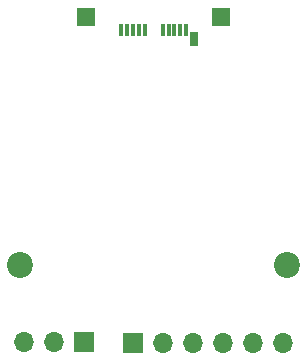
<source format=gbr>
%TF.GenerationSoftware,KiCad,Pcbnew,8.0.3*%
%TF.CreationDate,2024-07-14T10:18:13+10:00*%
%TF.ProjectId,USB-C to UART,5553422d-4320-4746-9f20-554152542e6b,rev?*%
%TF.SameCoordinates,Original*%
%TF.FileFunction,Soldermask,Bot*%
%TF.FilePolarity,Negative*%
%FSLAX46Y46*%
G04 Gerber Fmt 4.6, Leading zero omitted, Abs format (unit mm)*
G04 Created by KiCad (PCBNEW 8.0.3) date 2024-07-14 10:18:13*
%MOMM*%
%LPD*%
G01*
G04 APERTURE LIST*
%ADD10C,2.200000*%
%ADD11R,1.700000X1.700000*%
%ADD12O,1.700000X1.700000*%
%ADD13R,0.300000X1.000000*%
%ADD14R,0.700000X1.150000*%
%ADD15R,1.500000X1.500000*%
G04 APERTURE END LIST*
D10*
%TO.C,H1*%
X80880000Y13610000D03*
%TD*%
D11*
%TO.C,J1*%
X90430000Y7000000D03*
D12*
X92970000Y7000000D03*
X95510000Y7000000D03*
X98050000Y7000000D03*
X100590000Y7000000D03*
X103130000Y7000000D03*
%TD*%
D11*
%TO.C,JP1*%
X86250000Y7080000D03*
D12*
X83710000Y7080000D03*
X81170000Y7080000D03*
%TD*%
D10*
%TO.C,H2*%
X103480000Y13610000D03*
%TD*%
D13*
%TO.C,P1*%
X94930000Y33570000D03*
X94430000Y33570000D03*
X93930000Y33570000D03*
X93430000Y33570000D03*
X92930000Y33570000D03*
X91430000Y33570000D03*
X90930000Y33570000D03*
X90430000Y33570000D03*
X89930000Y33570000D03*
X89430000Y33570000D03*
D14*
X95600000Y32730000D03*
%TD*%
D15*
%TO.C,TP2*%
X86480000Y34610000D03*
%TD*%
%TO.C,TP4*%
X97880000Y34610000D03*
%TD*%
M02*

</source>
